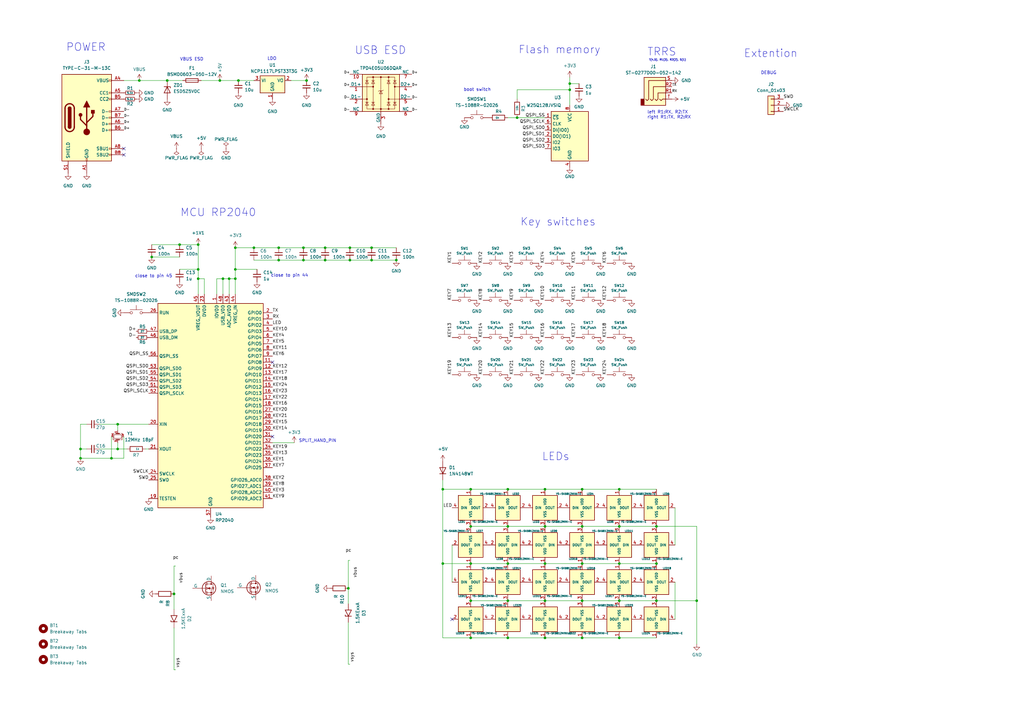
<source format=kicad_sch>
(kicad_sch (version 20230121) (generator eeschema)
  (paper "A3")
  (title_block (title "Corne Left") (date "2023-10-07") (rev "4.0.0") (company "foostan"))
  (junction (at 162.56 106.68))
  (junction (at 238.76 215.9))
  (junction (at 104.14 101.6))
  (junction (at 48.26 184.15))
  (junction (at 81.28 100.33))
  (junction (at 254 200.66))
  (junction (at 193.04 261.62))
  (junction (at 223.52 261.62))
  (junction (at 238.76 261.62))
  (junction (at 62.23 105.41))
  (junction (at 208.28 246.38))
  (junction (at 238.76 231.14))
  (junction (at 96.52 101.6))
  (junction (at 269.24 231.14))
  (junction (at 97.79 33.02))
  (junction (at 114.3 101.6))
  (junction (at 254 246.38))
  (junction (at 223.52 246.38))
  (junction (at 152.4 106.68))
  (junction (at 152.4 101.6))
  (junction (at 285.75 246.38))
  (junction (at 133.35 106.68))
  (junction (at 90.17 33.02))
  (junction (at 133.35 101.6))
  (junction (at 68.58 33.02))
  (junction (at 208.28 231.14))
  (junction (at 181.61 231.14))
  (junction (at 254 231.14))
  (junction (at 125.73 33.02))
  (junction (at 71.374 243.586))
  (junction (at 93.98 114.3))
  (junction (at 73.66 100.33))
  (junction (at 81.28 114.3))
  (junction (at 48.26 173.99))
  (junction (at 208.28 215.9))
  (junction (at 269.24 215.9))
  (junction (at 233.68 36.83))
  (junction (at 45.72 187.96))
  (junction (at 208.28 261.62))
  (junction (at 223.52 215.9))
  (junction (at 212.09 48.26))
  (junction (at 33.02 184.15))
  (junction (at 254 261.62))
  (junction (at 193.04 231.14))
  (junction (at 193.04 246.38))
  (junction (at 33.02 187.96))
  (junction (at 181.61 200.66))
  (junction (at 114.3 106.68))
  (junction (at 223.52 200.66))
  (junction (at 238.76 246.38))
  (junction (at 91.44 114.3))
  (junction (at 193.04 200.66))
  (junction (at 269.24 246.38))
  (junction (at 142.875 241.3))
  (junction (at 96.52 114.3))
  (junction (at 96.52 110.49))
  (junction (at 193.04 215.9))
  (junction (at 143.51 106.68))
  (junction (at 223.52 231.14))
  (junction (at 124.46 106.68))
  (junction (at 124.46 101.6))
  (junction (at 208.28 200.66))
  (junction (at 254 215.9))
  (junction (at 81.28 110.49))
  (junction (at 233.68 34.29))
  (junction (at 143.51 101.6))
  (junction (at 238.76 200.66))
  (junction (at 57.15 33.02))
  (no_connect (at 185.42 254))
  (no_connect (at 111.76 148.59))
  (no_connect (at 111.76 179.07))
  (no_connect (at 50.8 60.96))
  (no_connect (at 50.8 63.5))
  (wire (pts (xy 91.44 114.3) (xy 93.98 114.3)))
  (wire (pts (xy 62.23 100.33) (xy 73.66 100.33)))
  (wire (pts (xy 96.52 110.49) (xy 105.41 110.49)))
  (wire (pts (xy 193.04 215.9) (xy 208.28 215.9)))
  (wire (pts (xy 254 261.62) (xy 238.76 261.62)))
  (wire (pts (xy 285.75 246.38) (xy 285.75 264.16)))
  (wire (pts (xy 233.68 34.29) (xy 233.68 36.83)))
  (wire (pts (xy 133.35 106.68) (xy 143.51 106.68)))
  (wire (pts (xy 83.82 114.3) (xy 81.28 114.3)))
  (wire (pts (xy 285.75 215.9) (xy 285.75 246.38)))
  (wire (pts (xy 238.76 215.9) (xy 254 215.9)))
  (wire (pts (xy 181.61 200.66) (xy 193.04 200.66)))
  (wire (pts (xy 233.68 36.83) (xy 233.68 43.18)))
  (wire (pts (xy 71.374 257.556) (xy 71.374 274.701)))
  (wire (pts (xy 81.28 110.49) (xy 81.28 114.3)))
  (wire (pts (xy 33.02 187.96) (xy 45.72 187.96)))
  (wire (pts (xy 223.52 246.38) (xy 238.76 246.38)))
  (wire (pts (xy 104.14 101.6) (xy 114.3 101.6)))
  (wire (pts (xy 96.52 120.65) (xy 96.52 114.3)))
  (wire (pts (xy 48.26 184.15) (xy 48.26 181.61)))
  (wire (pts (xy 208.28 48.26) (xy 212.09 48.26)))
  (wire (pts (xy 45.72 179.07) (xy 45.72 187.96)))
  (wire (pts (xy 212.09 36.83) (xy 212.09 40.64)))
  (wire (pts (xy 71.374 243.586) (xy 71.374 232.156)))
  (wire (pts (xy 71.374 249.936) (xy 71.374 243.586)))
  (wire (pts (xy 143.51 106.68) (xy 152.4 106.68)))
  (wire (pts (xy 114.3 101.6) (xy 124.46 101.6)))
  (wire (pts (xy 124.46 106.68) (xy 133.35 106.68)))
  (wire (pts (xy 254 215.9) (xy 269.24 215.9)))
  (wire (pts (xy 208.28 200.66) (xy 223.52 200.66)))
  (wire (pts (xy 96.52 110.49) (xy 96.52 114.3)))
  (wire (pts (xy 223.52 231.14) (xy 208.28 231.14)))
  (wire (pts (xy 68.58 33.02) (xy 74.93 33.02)))
  (wire (pts (xy 193.04 246.38) (xy 208.28 246.38)))
  (wire (pts (xy 91.44 114.3) (xy 91.44 120.65)))
  (wire (pts (xy 57.15 33.02) (xy 68.58 33.02)))
  (wire (pts (xy 276.86 208.28) (xy 276.86 223.52)))
  (wire (pts (xy 238.76 231.14) (xy 223.52 231.14)))
  (wire (pts (xy 33.02 184.15) (xy 33.02 187.96)))
  (wire (pts (xy 143.51 229.87) (xy 142.875 229.87)))
  (wire (pts (xy 59.69 184.15) (xy 60.96 184.15)))
  (wire (pts (xy 96.52 101.6) (xy 104.14 101.6)))
  (wire (pts (xy 238.76 200.66) (xy 254 200.66)))
  (wire (pts (xy 40.64 184.15) (xy 48.26 184.15)))
  (wire (pts (xy 208.28 215.9) (xy 223.52 215.9)))
  (wire (pts (xy 81.28 100.33) (xy 81.28 110.49)))
  (wire (pts (xy 181.61 200.66) (xy 181.61 231.14)))
  (wire (pts (xy 73.66 110.49) (xy 81.28 110.49)))
  (wire (pts (xy 124.46 101.6) (xy 133.35 101.6)))
  (wire (pts (xy 269.24 246.38) (xy 285.75 246.38)))
  (wire (pts (xy 143.51 272.415) (xy 142.875 272.415)))
  (wire (pts (xy 40.64 173.99) (xy 48.26 173.99)))
  (wire (pts (xy 185.42 223.52) (xy 185.42 238.76)))
  (wire (pts (xy 81.28 120.65) (xy 81.28 114.3)))
  (wire (pts (xy 233.68 31.75) (xy 233.68 34.29)))
  (wire (pts (xy 208.28 246.38) (xy 223.52 246.38)))
  (wire (pts (xy 142.875 247.65) (xy 142.875 241.3)))
  (wire (pts (xy 93.98 114.3) (xy 93.98 120.65)))
  (wire (pts (xy 33.02 184.15) (xy 35.56 184.15)))
  (wire (pts (xy 90.17 33.02) (xy 97.79 33.02)))
  (wire (pts (xy 254 231.14) (xy 238.76 231.14)))
  (wire (pts (xy 83.82 120.65) (xy 83.82 114.3)))
  (wire (pts (xy 97.79 33.02) (xy 104.14 33.02)))
  (wire (pts (xy 88.9 114.3) (xy 91.44 114.3)))
  (wire (pts (xy 133.35 101.6) (xy 143.51 101.6)))
  (wire (pts (xy 48.26 184.15) (xy 52.07 184.15)))
  (wire (pts (xy 233.68 34.29) (xy 237.49 34.29)))
  (wire (pts (xy 269.24 215.9) (xy 285.75 215.9)))
  (wire (pts (xy 50.8 187.96) (xy 45.72 187.96)))
  (wire (pts (xy 72.009 274.701) (xy 71.374 274.701)))
  (wire (pts (xy 223.52 215.9) (xy 238.76 215.9)))
  (wire (pts (xy 96.52 101.6) (xy 96.52 110.49)))
  (wire (pts (xy 238.76 246.38) (xy 254 246.38)))
  (wire (pts (xy 152.4 106.68) (xy 162.56 106.68)))
  (wire (pts (xy 276.86 238.76) (xy 276.86 254)))
  (wire (pts (xy 152.4 101.6) (xy 162.56 101.6)))
  (wire (pts (xy 181.61 196.85) (xy 181.61 200.66)))
  (wire (pts (xy 88.9 114.3) (xy 88.9 120.65)))
  (wire (pts (xy 73.66 100.33) (xy 81.28 100.33)))
  (wire (pts (xy 238.76 261.62) (xy 223.52 261.62)))
  (wire (pts (xy 96.52 114.3) (xy 93.98 114.3)))
  (wire (pts (xy 233.68 36.83) (xy 212.09 36.83)))
  (wire (pts (xy 208.28 231.14) (xy 193.04 231.14)))
  (wire (pts (xy 193.04 200.66) (xy 208.28 200.66)))
  (wire (pts (xy 142.875 241.3) (xy 142.875 229.87)))
  (wire (pts (xy 223.52 261.62) (xy 208.28 261.62)))
  (wire (pts (xy 48.26 173.99) (xy 60.96 173.99)))
  (wire (pts (xy 50.8 179.07) (xy 50.8 187.96)))
  (wire (pts (xy 212.09 48.26) (xy 223.52 48.26)))
  (wire (pts (xy 193.04 261.62) (xy 181.61 261.62)))
  (wire (pts (xy 50.8 33.02) (xy 57.15 33.02)))
  (wire (pts (xy 254 200.66) (xy 269.24 200.66)))
  (wire (pts (xy 114.3 106.68) (xy 124.46 106.68)))
  (wire (pts (xy 181.61 261.62) (xy 181.61 231.14)))
  (wire (pts (xy 143.51 101.6) (xy 152.4 101.6)))
  (wire (pts (xy 82.55 33.02) (xy 90.17 33.02)))
  (wire (pts (xy 193.04 231.14) (xy 181.61 231.14)))
  (wire (pts (xy 254 246.38) (xy 269.24 246.38)))
  (wire (pts (xy 269.24 231.14) (xy 254 231.14)))
  (wire (pts (xy 223.52 200.66) (xy 238.76 200.66)))
  (wire (pts (xy 72.009 232.156) (xy 71.374 232.156)))
  (wire (pts (xy 48.26 176.53) (xy 48.26 173.99)))
  (wire (pts (xy 62.23 105.41) (xy 73.66 105.41)))
  (wire (pts (xy 104.14 106.68) (xy 114.3 106.68)))
  (wire (pts (xy 33.02 173.99) (xy 33.02 184.15)))
  (wire (pts (xy 142.875 255.27) (xy 142.875 272.415)))
  (wire (pts (xy 111.76 181.61) (xy 120.65 181.61)))
  (wire (pts (xy 269.24 261.62) (xy 254 261.62)))
  (wire (pts (xy 208.28 261.62) (xy 193.04 261.62)))
  (wire (pts (xy 119.38 33.02) (xy 125.73 33.02)))
  (wire (pts (xy 35.56 173.99) (xy 33.02 173.99)))
  (text "MCU RP2040" (at 73.914 89.154 0) (effects (font (size 3.175 3.175)) (justify left bottom)))
  (text "Key switches" (at 213.36 92.964 0) (effects (font (size 3.175 3.175)) (justify left bottom)))
  (text "close to pin 45" (at 55.372 114.046 0) (effects (font (size 1.27 1.27)) (justify left bottom)))
  (text "DEBUG" (at 312.039 30.734 0) (effects (font (size 1.27 1.27)) (justify left bottom)))
  (text "USB ESD" (at 145.415 22.606 0) (effects (font (size 3.175 3.175)) (justify left bottom)))
  (text "LDO" (at 109.601 24.892 0) (effects (font (size 1.27 1.27)) (justify left bottom)))
  (text "Flash memory" (at 212.598 22.352 0) (effects (font (size 3.175 3.175)) (justify left bottom)))
  (text "POWER\n" (at 27.051 21.336 0) (effects (font (size 3.175 3.175)) (justify left bottom)))
  (text "LEDs" (at 222.25 189.23 0) (effects (font (size 3.175 3.175)) (justify left bottom)))
  (text "left R1:RX, R2:TX\nright R1:TX, R2:RX" (at 265.43 48.895 0) (effects (font (size 1.27 1.27)) (justify left bottom)))
  (text "Extention" (at 305.054 23.876 0) (effects (font (size 3.175 3.175)) (justify left bottom)))
  (text "TRRS" (at 265.43 23.241 0) (effects (font (size 3.175 3.175)) (justify left bottom)))
  (text "T(4,5), R1(3), R2(2), S(1)\n" (at 266.065 25.146 0) (effects (font (size 0.762 0.762)) (justify left bottom)))
  (text "VBUS ESD" (at 73.787 25.146 0) (effects (font (size 1.27 1.27)) (justify left bottom)))
  (text "SPLIT_HAND_PIN" (at 122.555 181.61 0) (effects (font (size 1.27 1.27)) (justify left bottom)))
  (text "boot switch" (at 190.119 37.592 0) (effects (font (size 1.27 1.27)) (justify left bottom)))
  (text "close to pin 44" (at 111.125 113.792 0) (effects (font (size 1.27 1.27)) (justify left bottom)))
  (label "KEY15" (at 111.76 173.99 0))
  (label "KEY23" (at 236.22 153.67 90))
  (label "KEY12" (at 111.76 151.13 0))
  (label "QSPI_SD2" (at 60.96 156.21 180))
  (label "vsys" (at 73.914 269.621 270))
  (label "KEY23" (at 111.76 161.29 0))
  (label "KEY12" (at 248.92 123.19 90))
  (label "QSPI_SCLK" (at 60.96 161.29 180))
  (label "D+" (at 55.88 135.89 180))
  (label "D+" (at 168.91 35.56 0) (effects (font (size 1 1))))
  (label "KEY10" (at 111.76 135.89 0))
  (label "KEY3" (at 111.76 201.93 0))
  (label "D-" (at 55.88 138.43 180))
  (label "QSPI_SS" (at 223.52 48.26 180))
  (label "vsys" (at 145.415 267.335 270))
  (label "D+" (at 143.51 30.48 180) (effects (font (size 1 1))))
  (label "KEY17" (at 111.76 153.67 0))
  (label "LED" (at 111.76 133.35 0))
  (label "KEY14" (at 111.76 176.53 0))
  (label "KEY5" (at 236.22 107.95 90))
  (label "LED" (at 185.42 208.28 180))
  (label "KEY13" (at 185.42 138.43 90))
  (label "RX" (at 275.59 38.1 0) (effects (font (size 1 1))))
  (label "KEY21" (at 111.76 171.45 0))
  (label "D+" (at 50.8 50.8 0) (effects (font (size 1 1))))
  (label "KEY6" (at 111.76 146.05 0))
  (label "KEY1" (at 111.76 189.23 0))
  (label "D+" (at 143.51 35.56 180) (effects (font (size 1 1))))
  (label "KEY19" (at 185.42 153.67 90))
  (label "KEY8" (at 198.12 123.19 90))
  (label "D-" (at 50.8 48.26 0) (effects (font (size 1 1))))
  (label "QSPI_SD1" (at 60.96 153.67 180))
  (label "TX" (at 275.59 35.56 0) (effects (font (size 1 1))))
  (label "QSPI_SD0" (at 223.52 53.34 180))
  (label "KEY11" (at 111.76 143.51 0))
  (label "QSPI_SD1" (at 223.52 55.88 180))
  (label "SWCLK" (at 321.31 45.72 0))
  (label "D+" (at 168.91 30.48 0) (effects (font (size 1 1))))
  (label "pc" (at 144.145 226.695 180))
  (label "QSPI_SCLK" (at 223.52 50.8 180))
  (label "D-" (at 168.91 45.72 0) (effects (font (size 1 1))))
  (label "KEY7" (at 111.76 191.77 0))
  (label "KEY7" (at 185.42 123.19 90))
  (label "KEY20" (at 198.12 153.67 90))
  (label "KEY6" (at 248.92 107.95 90))
  (label "D+" (at 50.8 53.34 0) (effects (font (size 1 1))))
  (label "KEY2" (at 198.12 107.95 90))
  (label "KEY8" (at 111.76 199.39 0))
  (label "vbus" (at 146.685 232.41 270))
  (label "vbus" (at 75.184 234.696 270))
  (label "KEY2" (at 111.76 196.85 0))
  (label "QSPI_SS" (at 60.96 146.05 180))
  (label "KEY17" (at 236.22 138.43 90))
  (label "KEY9" (at 210.82 123.19 90))
  (label "KEY21" (at 210.82 153.67 90))
  (label "SWCLK" (at 60.96 194.31 180))
  (label "KEY24" (at 248.92 153.67 90))
  (label "KEY18" (at 248.92 138.43 90))
  (label "KEY22" (at 111.76 163.83 0))
  (label "QSPI_SD2" (at 223.52 58.42 180))
  (label "KEY5" (at 111.76 140.97 0))
  (label "QSPI_SD3" (at 223.52 60.96 180))
  (label "SWD" (at 321.31 40.64 0))
  (label "KEY13" (at 111.76 186.69 0))
  (label "KEY11" (at 236.22 123.19 90))
  (label "KEY24" (at 111.76 158.75 0))
  (label "D-" (at 168.91 40.64 0) (effects (font (size 1 1))))
  (label "RX" (at 111.76 130.81 0))
  (label "KEY22" (at 223.52 153.67 90))
  (label "KEY3" (at 210.82 107.95 90))
  (label "KEY15" (at 210.82 138.43 90))
  (label "KEY16" (at 223.52 138.43 90))
  (label "D-" (at 143.51 40.64 180) (effects (font (size 1 1))))
  (label "KEY4" (at 223.52 107.95 90))
  (label "KEY16" (at 111.76 166.37 0))
  (label "D-" (at 143.51 45.72 180) (effects (font (size 1 1))))
  (label "SWD" (at 60.96 196.85 180))
  (label "KEY4" (at 111.76 138.43 0))
  (label "D-" (at 50.8 45.72 0) (effects (font (size 1 1))))
  (label "KEY20" (at 111.76 168.91 0))
  (label "KEY9" (at 111.76 204.47 0))
  (label "KEY19" (at 111.76 184.15 0))
  (label "KEY18" (at 111.76 156.21 0))
  (label "KEY14" (at 198.12 138.43 90))
  (label "QSPI_SD3" (at 60.96 158.75 180))
  (label "pc" (at 73.279 229.616 180))
  (label "KEY1" (at 185.42 107.95 90))
  (label "QSPI_SD0" (at 60.96 151.13 180))
  (label "KEY10" (at 223.52 123.19 90))
  (label "TX" (at 111.76 128.27 0))
  (symbol (lib_id "Switch:SW_Push") (at 203.2 153.67 0) (unit 1)
    (property "Reference" "SW20" (at 203.2 147.574 0) (effects (font (size 1 1))))
    (property "Value" "SW_Push" (at 203.2 149.606 0) (effects (font (size 1 1))))
    (property "Footprint" "kbd_local:keyswitch_choc12_hotswap_1u" (effects hide))
  )
  (symbol (lib_id "power:GND") (at 55.88 38.1 90) (unit 1)
    (property "Reference" "#PWR06" (effects hide))
    (property "Value" "GND" (at 59.055 38.1 90) (effects (justify right)))
  )
  (symbol (lib_id "power:GND") (at 233.68 153.67 0) (unit 1)
    (property "Reference" "#PWR051" (effects hide))
    (property "Value" "GND" (at 233.68 158.115 0))
  )
  (symbol (lib_id "power:GND") (at 195.58 138.43 0) (unit 1)
    (property "Reference" "#PWR042" (effects hide))
    (property "Value" "GND" (at 195.58 142.875 0))
  )
  (symbol (lib_id "power:GND") (at 55.88 40.64 90) (unit 1)
    (property "Reference" "#PWR010" (effects hide))
    (property "Value" "GND" (at 59.055 40.64 90) (effects (justify right)))
  )
  (symbol (lib_id "kbd_local:YS-SK6812MINI-E") (at 208.28 223.52 180) (unit 1)
    (property "Reference" "LED8" (at 206.375 229.235 0) (effects (font (size 0.7366 0.7366)) (justify left)))
    (property "Value" "YS-SK6812MINI-E" (at 219.075 229.235 0) (effects (font (size 0.7366 0.7366)) (justify left)))
    (property "Footprint" "kbd_local:YS-SK6812MINI-E" (effects hide))
  )
  (symbol (lib_id "Device:R_Small") (at 58.42 135.89 90) (unit 1)
    (property "Reference" "R5" (at 58.42 133.985 90))
    (property "Value" "27" (at 58.42 135.89 90) (effects (font (size 0.762 0.762))))
    (property "Footprint" "Resistor_SMD:R_0402_1005Metric" (effects hide))
  )
  (symbol (lib_id "Switch:SW_Push") (at 241.3 107.95 0) (unit 1)
    (property "Reference" "SW5" (at 241.3 101.854 0) (effects (font (size 1 1))))
    (property "Value" "SW_Push" (at 241.3 103.886 0) (effects (font (size 1 1))))
    (property "Footprint" "kbd_local:keyswitch_choc12_hotswap_1u" (effects hide))
  )
  (symbol (lib_id "power:+3V3") (at 233.68 31.75 0) (unit 1)
    (property "Reference" "#PWR01" (effects hide))
    (property "Value" "+3V3" (at 233.68 26.924 0))
  )
  (symbol (lib_id "kbd_local:YS-SK6812MINI-E") (at 254 223.52 180) (unit 1)
    (property "Reference" "LED11" (at 259.715 217.805 0) (effects (font (size 0.7366 0.7366)) (justify left)))
    (property "Value" "YS-SK6812MINI-E" (at 253.365 217.805 0) (effects (font (size 0.7366 0.7366)) (justify left)))
    (property "Footprint" "kbd_local:YS-SK6812MINI-E" (effects hide))
  )
  (symbol (lib_id "power:GND") (at 208.28 123.19 0) (unit 1)
    (property "Reference" "#PWR036" (effects hide))
    (property "Value" "GND" (at 208.28 127.635 0))
  )
  (symbol (lib_id "kbd_local:YS-SK6812MINI-E") (at 269.24 208.28 0) (unit 1)
    (property "Reference" "LED6" (at 271.78 202.565 0) (effects (font (size 0.7366 0.7366)) (justify left)))
    (property "Value" "YS-SK6812MINI-E" (at 258.445 202.565 0) (effects (font (size 0.7366 0.7366)) (justify left)))
    (property "Footprint" "kbd_local:YS-SK6812MINI-E" (effects hide))
  )
  (symbol (lib_id "power:GND") (at 220.98 138.43 0) (unit 1)
    (property "Reference" "#PWR044" (effects hide))
    (property "Value" "GND" (at 220.98 142.875 0))
  )
  (symbol (lib_name "SW_Push_1") (lib_id "Switch:SW_Push") (at 254 107.95 0) (unit 1)
    (property "Reference" "SW6" (at 254 101.854 0) (effects (font (size 1 1))))
    (property "Value" "SW_Push" (at 254 103.886 0) (effects (font (size 1 1))))
    (property "Footprint" "kbd_local:keyswitch_choc12_hotswap_1u" (effects hide))
  )
  (symbol (lib_id "Diode:1.5KExxA") (at 71.374 253.746 90) (unit 1)
    (property "Reference" "D2" (at 77.724 253.746 0))
    (property "Value" "1.5KExxA" (at 75.184 253.746 0))
    (property "Footprint" "Diode_THT:D_DO-201AE_P15.24mm_Horizontal" (effects hide))
    (property "Datasheet" "https://www.vishay.com/docs/88301/15ke.pdf" (effects hide))
  )
  (symbol (lib_id "power:+3V3") (at 125.73 33.02 0) (unit 1)
    (property "Reference" "#PWR04" (effects hide))
    (property "Value" "+3V3" (at 125.73 28.702 0))
  )
  (symbol (lib_id "power:GND") (at 233.68 123.19 0) (unit 1)
    (property "Reference" "#PWR038" (effects hide))
    (property "Value" "GND" (at 233.68 127.635 0))
  )
  (symbol (lib_id "Switch:SW_Push") (at 228.6 107.95 0) (unit 1)
    (property "Reference" "SW4" (at 228.6 101.854 0) (effects (font (size 1 1))))
    (property "Value" "SW_Push" (at 228.6 103.886 0) (effects (font (size 1 1))))
    (property "Footprint" "kbd_local:keyswitch_choc12_hotswap_1u" (effects hide))
  )
  (symbol (lib_id "Switch:SW_Push") (at 241.3 138.43 0) (unit 1)
    (property "Reference" "SW17" (at 241.3 132.334 0) (effects (font (size 1 1))))
    (property "Value" "SW_Push" (at 241.3 134.366 0) (effects (font (size 1 1))))
    (property "Footprint" "kbd_local:keyswitch_choc12_hotswap_1u" (effects hide))
  )
  (symbol (lib_id "power:GND") (at 63.754 243.586 270) (unit 1)
    (property "Reference" "#PWR0118" (effects hide))
    (property "Value" "GND" (at 58.674 243.586 0))
  )
  (symbol (lib_id "power:GND") (at 208.28 153.67 0) (unit 1)
    (property "Reference" "#PWR049" (effects hide))
    (property "Value" "GND" (at 208.28 158.115 0))
  )
  (symbol (lib_id "power:VBUS") (at 72.39 60.96 0) (unit 1)
    (property "Reference" "#PWR017" (effects hide))
    (property "Value" "VBUS" (at 72.39 55.88 0))
  )
  (symbol (lib_id "MCU_RaspberryPi:RP2040") (at 86.36 166.37 0) (unit 1)
    (property "Reference" "U4" (at 88.3159 210.82 0) (effects (justify left)))
    (property "Value" "RP2040" (at 88.3159 213.36 0) (effects (justify left)))
    (property "Footprint" "Package_DFN_QFN:QFN-56-1EP_7x7mm_P0.4mm_EP3.2x3.2mm" (effects hide))
    (property "Datasheet" "https://datasheets.raspberrypi.com/rp2040/rp2040-datasheet.pdf" (effects hide))
    (property "JLCPCB Part #" "C2040" (effects hide))
  )
  (symbol (lib_id "power:GND") (at 275.59 33.02 90) (unit 1)
    (property "Reference" "#PWR05" (effects hide))
    (property "Value" "GND" (at 279.4 33.02 90) (effects (justify right)))
  )
  (symbol (lib_id "power:GND") (at 35.56 71.12 0) (unit 1)
    (property "Reference" "#PWR022" (effects hide))
    (property "Value" "GND" (at 35.56 76.2 0))
  )
  (symbol (lib_id "Switch:SW_Push") (at 190.5 138.43 0) (unit 1)
    (property "Reference" "SW13" (at 190.5 132.334 0) (effects (font (size 1 1))))
    (property "Value" "SW_Push" (at 190.5 134.366 0) (effects (font (size 1 1))))
    (property "Footprint" "kbd_local:keyswitch_choc12_hotswap_1u" (effects hide))
  )
  (symbol (lib_id "Mechanical:MountingHole") (at 17.78 270.51 0) (unit 1)
    (property "Reference" "BT3" (at 20.32 269.24 0) (effects (justify left)))
    (property "Value" "Breakaway Tabs" (at 20.32 271.78 0) (effects (justify left)))
    (property "Footprint" "kbd_local:Breakaway_Tabs" (effects hide))
  )
  (symbol (lib_id "power:GND") (at 259.08 138.43 0) (unit 1)
    (property "Reference" "#PWR047" (effects hide))
    (property "Value" "GND" (at 259.08 142.875 0))
  )
  (symbol (lib_id "kbd_local:YS-SK6812MINI-E") (at 208.28 208.28 0) (unit 1)
    (property "Reference" "LED2" (at 210.185 202.565 0) (effects (font (size 0.7366 0.7366)) (justify left)))
    (property "Value" "YS-SK6812MINI-E" (at 196.85 202.565 0) (effects (font (size 0.7366 0.7366)) (justify left)))
    (property "Footprint" "kbd_local:YS-SK6812MINI-E" (effects hide))
  )
  (symbol (lib_id "Diode:1.5KExxA") (at 142.875 251.46 90) (unit 1)
    (property "Reference" "D3" (at 149.225 251.46 0))
    (property "Value" "1.5KExxA" (at 146.685 251.46 0))
    (property "Footprint" "Diode_THT:D_DO-201AE_P15.24mm_Horizontal" (effects hide))
    (property "Datasheet" "https://www.vishay.com/docs/88301/15ke.pdf" (effects hide))
  )
  (symbol (lib_id "power:GND") (at 285.75 264.16 0) (unit 1)
    (property "Reference" "#PWR059" (effects hide))
    (property "Value" "GND" (at 285.877 268.5542 0))
  )
  (symbol (lib_id "Switch:SW_Push") (at 190.5 107.95 0) (unit 1)
    (property "Reference" "SW1" (at 190.5 101.854 0) (effects (font (size 1 1))))
    (property "Value" "SW_Push" (at 190.5 103.886 0) (effects (font (size 1 1))))
    (property "Footprint" "kbd_local:keyswitch_choc12_hotswap_1u" (effects hide))
  )
  (symbol (lib_id "Device:Fuse") (at 78.74 33.02 90) (unit 1)
    (property "Reference" "F1" (at 78.74 27.94 90))
    (property "Value" "BSMD0603-050-12V" (at 78.74 30.48 90))
    (property "Footprint" "Fuse:Fuse_0603_1608Metric" (effects hide))
    (property "Description" "12V 500mA 40A 1A 0603 Resettable Fuses ROHS" (effects hide))
    (property "JLCPCB Part #" "C2844464" (effects hide))
  )
  (symbol (lib_id "power:GND") (at 105.41 115.57 0) (unit 1)
    (property "Reference" "#PWR034" (effects hide))
    (property "Value" "GND" (at 105.41 120.015 0))
  )
  (symbol (lib_id "power:GND") (at 195.58 153.67 0) (unit 1)
    (property "Reference" "#PWR048" (effects hide))
    (property "Value" "GND" (at 195.58 158.115 0))
  )
  (symbol (lib_id "kbd_local:YS-SK6812MINI-E") (at 238.76 223.52 180) (unit 1)
    (property "Reference" "LED10" (at 236.855 229.235 0) (effects (font (size 0.7366 0.7366)) (justify left)))
    (property "Value" "YS-SK6812MINI-E" (at 249.555 229.235 0) (effects (font (size 0.7366 0.7366)) (justify left)))
    (property "Footprint" "kbd_local:YS-SK6812MINI-E" (effects hide))
  )
  (symbol (lib_id "kbd_local:YS-SK6812MINI-E") (at 269.24 238.76 0) (unit 1)
    (property "Reference" "LED18" (at 271.78 233.045 0) (effects (font (size 0.7366 0.7366)) (justify left)))
    (property "Value" "YS-SK6812MINI-E" (at 258.445 233.045 0) (effects (font (size 0.7366 0.7366)) (justify left)))
    (property "Footprint" "kbd_local:YS-SK6812MINI-E" (effects hide))
  )
  (symbol (lib_id "Diode:1N4148WT") (at 181.61 193.04 90) (unit 1)
    (property "Reference" "D1" (at 184.15 191.77 90) (effects (justify right)))
    (property "Value" "1N4148WT" (at 184.15 194.31 90) (effects (justify right)))
    (property "Footprint" "Diode_SMD:D_SOD-523" (effects hide))
    (property "Datasheet" "https://www.diodes.com/assets/Datasheets/ds30396.pdf" (effects hide))
    (property "JLCPCB Part #" "C232841" (effects hide))
  )
  (symbol (lib_id "power:GND") (at 195.58 107.95 0) (unit 1)
    (property "Reference" "#PWR027" (effects hide))
    (property "Value" "GND" (at 195.58 112.395 0))
  )
  (symbol (lib_id "Switch:SW_Push") (at 241.3 123.19 0) (unit 1)
    (property "Reference" "SW11" (at 241.3 117.094 0) (effects (font (size 1 1))))
    (property "Value" "SW_Push" (at 241.3 119.126 0) (effects (font (size 1 1))))
    (property "Footprint" "kbd_local:keyswitch_choc12_hotswap_1u" (effects hide))
  )
  (symbol (lib_id "Device:C_Small") (at 38.1 184.15 270) (unit 1)
    (property "Reference" "C16" (at 39.37 182.88 90) (effects (justify left)))
    (property "Value" "27p" (at 39.37 185.42 90) (effects (justify left)))
    (property "Footprint" "Capacitor_SMD:C_0402_1005Metric" (effects hide))
  )
  (symbol (lib_id "kbd_local:YS-SK6812MINI-E") (at 223.52 254 180) (unit 1)
    (property "Reference" "LED21" (at 220.98 259.715 0) (effects (font (size 0.7366 0.7366)) (justify left)))
    (property "Value" "YS-SK6812MINI-E" (at 234.315 259.715 0) (effects (font (size 0.7366 0.7366)) (justify left)))
    (property "Footprint" "kbd_local:YS-SK6812MINI-E" (effects hide))
  )
  (symbol (lib_id "power:GND") (at 220.98 123.19 0) (unit 1)
    (property "Reference" "#PWR037" (effects hide))
    (property "Value" "GND" (at 220.98 127.635 0))
  )
  (symbol (lib_id "kbd_local:YS-SK6812MINI-E") (at 254 208.28 0) (unit 1)
    (property "Reference" "LED5" (at 248.92 213.995 0) (effects (font (size 0.7366 0.7366)) (justify left)))
    (property "Value" "YS-SK6812MINI-E" (at 254.635 213.995 0) (effects (font (size 0.7366 0.7366)) (justify left)))
    (property "Footprint" "kbd_local:YS-SK6812MINI-E" (effects hide))
  )
  (symbol (lib_id "Switch:SW_Push") (at 254 153.67 0) (unit 1)
    (property "Reference" "SW24" (at 254 147.574 0) (effects (font (size 1 1))))
    (property "Value" "SW_Push" (at 254 149.606 0) (effects (font (size 1 1))))
    (property "Footprint" "kbd_local:keyswitch_choc12_hotswap_1u" (effects hide))
  )
  (symbol (lib_id "Switch:SW_Push") (at 215.9 123.19 0) (unit 1)
    (property "Reference" "SW9" (at 215.9 117.094 0) (effects (font (size 1 1))))
    (property "Value" "SW_Push" (at 215.9 119.126 0) (effects (font (size 1 1))))
    (property "Footprint" "kbd_local:keyswitch_choc12_hotswap_1u" (effects hide))
  )
  (symbol (lib_id "Mechanical:MountingHole") (at 17.78 264.16 0) (unit 1)
    (property "Reference" "BT2" (at 20.32 262.89 0) (effects (justify left)))
    (property "Value" "Breakaway Tabs" (at 20.32 265.43 0) (effects (justify left)))
    (property "Footprint" "kbd_local:Breakaway_Tabs" (effects hide))
  )
  (symbol (lib_id "Switch:SW_Push") (at 203.2 123.19 0) (unit 1)
    (property "Reference" "SW8" (at 203.2 117.094 0) (effects (font (size 1 1))))
    (property "Value" "SW_Push" (at 203.2 119.126 0) (effects (font (size 1 1))))
    (property "Footprint" "kbd_local:keyswitch_choc12_hotswap_1u" (effects hide))
  )
  (symbol (lib_id "kbd_local:YS-SK6812MINI-E") (at 223.52 208.28 0) (unit 1)
    (property "Reference" "LED3" (at 218.44 213.995 0) (effects (font (size 0.7366 0.7366)) (justify left)))
    (property "Value" "YS-SK6812MINI-E" (at 224.155 213.995 0) (effects (font (size 0.7366 0.7366)) (justify left)))
    (property "Footprint" "kbd_local:YS-SK6812MINI-E" (effects hide))
  )
  (symbol (lib_id "kbd_local:YS-SK6812MINI-E") (at 193.04 238.76 0) (unit 1)
    (property "Reference" "LED13" (at 187.96 244.475 0) (effects (font (size 0.7366 0.7366)) (justify left)))
    (property "Value" "YS-SK6812MINI-E" (at 193.675 244.475 0) (effects (font (size 0.7366 0.7366)) (justify left)))
    (property "Footprint" "kbd_local:YS-SK6812MINI-E" (effects hide))
  )
  (symbol (lib_id "power:GND") (at 220.98 107.95 0) (unit 1)
    (property "Reference" "#PWR029" (effects hide))
    (property "Value" "GND" (at 220.98 112.395 0))
  )
  (symbol (lib_id "power:GND") (at 233.68 68.58 0) (unit 1)
    (property "Reference" "#PWR020" (effects hide))
    (property "Value" "GND" (at 233.68 72.39 0))
  )
  (symbol (lib_id "power:GND") (at 321.31 43.18 90) (unit 1)
    (property "Reference" "#PWR014" (effects hide))
    (property "Value" "GND" (at 325.12 43.18 90) (effects (justify right)))
  )
  (symbol (lib_id "power:GND") (at 33.02 187.96 0) (unit 1)
    (property "Reference" "#PWR055" (effects hide))
    (property "Value" "GND" (at 33.02 192.405 0))
  )
  (symbol (lib_id "power:GND") (at 50.8 128.27 270) (unit 1)
    (property "Reference" "#PWR041" (effects hide))
    (property "Value" "GND" (at 46.99 128.27 0))
  )
  (symbol (lib_id "Device:R") (at 139.065 241.3 270) (unit 1)
    (property "Reference" "R10" (at 140.335 243.84 0) (effects (justify left)))
    (property "Value" "R" (at 137.795 243.84 0) (effects (justify left)))
  )
  (symbol (lib_id "Switch:SW_Push") (at 190.5 153.67 0) (unit 1)
    (property "Reference" "SW19" (at 190.5 147.574 0) (effects (font (size 1 1))))
    (property "Value" "SW_Push" (at 190.5 149.606 0) (effects (font (size 1 1))))
    (property "Footprint" "kbd_local:keyswitch_choc12_hotswap_1u" (effects hide))
  )
  (symbol (lib_id "kbd_local:YS-SK6812MINI-E") (at 223.52 223.52 180) (unit 1)
    (property "Reference" "LED9" (at 228.6 217.805 0) (effects (font (size 0.7366 0.7366)) (justify left)))
    (property "Value" "YS-SK6812MINI-E" (at 222.885 217.805 0) (effects (font (size 0.7366 0.7366)) (justify left)))
    (property "Footprint" "kbd_local:YS-SK6812MINI-E" (effects hide))
  )
  (symbol (lib_id "kbd_local:YS-SK6812MINI-E") (at 208.28 254 180) (unit 1)
    (property "Reference" "LED20" (at 213.995 248.285 0) (effects (font (size 0.7366 0.7366)) (justify left)))
    (property "Value" "YS-SK6812MINI-E" (at 207.645 248.285 0) (effects (font (size 0.7366 0.7366)) (justify left)))
    (property "Footprint" "kbd_local:YS-SK6812MINI-E" (effects hide))
  )
  (symbol (lib_id "power:+3V3") (at 96.52 101.6 0) (unit 1)
    (property "Reference" "#PWR024" (effects hide))
    (property "Value" "+3V3" (at 96.52 96.52 0))
  )
  (symbol (lib_id "Power_Protection:TPD4EUSB30") (at 156.21 38.1 0) (unit 1)
    (property "Reference" "U2" (at 156.21 25.4 0))
    (property "Value" "TPD4E05U06DQAR" (at 156.21 27.94 0))
    (property "Footprint" "Package_SON:USON-10_2.5x1.0mm_P0.5mm" (effects hide))
    (property "Datasheet" "http://www.ti.com/lit/ds/symlink/tpd2eusb30a.pdf" (effects hide))
    (property "JLCPCB Part #" "C138714" (effects hide))
  )
  (symbol (lib_id "power:PWR_FLAG") (at 92.71 60.96 0) (unit 1)
    (property "Reference" "#FLG03" (effects hide))
    (property "Value" "PWR_FLAG" (at 92.71 57.15 0))
  )
  (symbol (lib_id "kbd_local:YS-SK6812MINI-E") (at 193.04 208.28 0) (unit 1)
    (property "Reference" "LED1" (at 187.96 213.995 0) (effects (font (size 0.7366 0.7366)) (justify left)))
    (property "Value" "YS-SK6812MINI-E" (at 193.675 213.995 0) (effects (font (size 0.7366 0.7366)) (justify left)))
    (property "Footprint" "kbd_local:YS-SK6812MINI-E" (effects hide))
  )
  (symbol (lib_id "Switch:SW_Push") (at 203.2 138.43 0) (unit 1)
    (property "Reference" "SW14" (at 203.2 132.334 0) (effects (font (size 1 1))))
    (property "Value" "SW_Push" (at 203.2 134.366 0) (effects (font (size 1 1))))
    (property "Footprint" "kbd_local:keyswitch_choc12_hotswap_1u" (effects hide))
  )
  (symbol (lib_id "power:GND") (at 68.58 40.64 0) (unit 1)
    (property "Reference" "#PWR011" (effects hide))
    (property "Value" "GND" (at 68.58 45.085 0))
  )
  (symbol (lib_id "Switch:SW_Push") (at 215.9 138.43 0) (unit 1)
    (property "Reference" "SW15" (at 215.9 132.334 0) (effects (font (size 1 1))))
    (property "Value" "SW_Push" (at 215.9 134.366 0) (effects (font (size 1 1))))
    (property "Footprint" "kbd_local:keyswitch_choc12_hotswap_1u" (effects hide))
  )
  (symbol (lib_id "power:GND") (at 220.98 153.67 0) (unit 1)
    (property "Reference" "#PWR050" (effects hide))
    (property "Value" "GND" (at 220.98 158.115 0))
  )
  (symbol (lib_id "Switch:SW_Push") (at 203.2 107.95 0) (unit 1)
    (property "Reference" "SW2" (at 203.2 101.854 0) (effects (font (size 1 1))))
    (property "Value" "SW_Push" (at 203.2 103.886 0) (effects (font (size 1 1))))
    (property "Footprint" "kbd_local:keyswitch_choc12_hotswap_1u" (effects hide))
  )
  (symbol (lib_id "Simulation_SPICE:NMOS") (at 84.074 241.3 0) (unit 1)
    (property "Reference" "Q1" (at 90.424 240.03 0) (effects (justify left)))
    (property "Value" "NMOS" (at 90.424 242.57 0) (effects (justify left)))
    (property "Datasheet" "https://ngspice.sourceforge.io/docs/ngspice-manual.pdf" (effects hide))
    (property "Sim.Device" "NMOS" (effects hide))
    (property "Sim.Type" "VDMOS" (effects hide))
    (property "Sim.Pins" "1=D 2=G 3=S" (effects hide))
  )
  (symbol (lib_id "power:GND") (at 233.68 107.95 0) (unit 1)
    (property "Reference" "#PWR030" (effects hide))
    (property "Value" "GND" (at 233.68 112.395 0))
  )
  (symbol (lib_id "power:GND") (at 259.08 153.67 0) (unit 1)
    (property "Reference" "#PWR053" (effects hide))
    (property "Value" "GND" (at 259.08 158.115 0))
  )
  (symbol (lib_id "Device:C_Small") (at 124.46 104.14 0) (unit 1)
    (property "Reference" "C8" (at 127 102.87 0) (effects (justify left)))
    (property "Value" "100n" (at 127 105.41 0) (effects (justify left)))
    (property "Footprint" "Capacitor_SMD:C_0402_1005Metric" (effects hide))
  )
  (symbol (lib_id "power:+3V3") (at 120.65 181.61 0) (unit 1)
    (property "Reference" "#PWR054" (effects hide))
    (property "Value" "+3V3" (at 120.65 177.292 0))
  )
  (symbol (lib_id "power:GND") (at 73.66 115.57 0) (unit 1)
    (property "Reference" "#PWR033" (effects hide))
    (property "Value" "GND" (at 73.66 120.015 0))
  )
  (symbol (lib_id "kbd_local:YS-SK6812MINI-E") (at 254 254 180) (unit 1)
    (property "Reference" "LED23" (at 259.715 248.285 0) (effects (font (size 0.7366 0.7366)) (justify left)))
    (property "Value" "YS-SK6812MINI-E" (at 253.365 248.285 0) (effects (font (size 0.7366 0.7366)) (justify left)))
    (property "Footprint" "kbd_local:YS-SK6812MINI-E" (effects hide))
  )
  (symbol (lib_id "Device:R") (at 67.564 243.586 270) (unit 1)
    (property "Reference" "R8" (at 68.834 246.126 0) (effects (justify left)))
    (property "Value" "R" (at 66.294 246.126 0) (effects (justify left)))
  )
  (symbol (lib_id "Device:C_Small") (at 62.23 102.87 0) (unit 1)
    (property "Reference" "C4" (at 64.77 101.6 0) (effects (justify left)))
    (property "Value" "100n" (at 64.77 104.14 0) (effects (justify left)))
    (property "Footprint" "Capacitor_SMD:C_0402_1005Metric" (effects hide))
  )
  (symbol (lib_id "power:GND") (at 86.36 212.09 0) (unit 1)
    (property "Reference" "#PWR058" (effects hide))
    (property "Value" "GND" (at 86.36 216.535 0))
  )
  (symbol (lib_id "power:GND") (at 246.38 153.67 0) (unit 1)
    (property "Reference" "#PWR052" (effects hide))
    (property "Value" "GND" (at 246.38 158.115 0))
  )
  (symbol (lib_id "kbd_local:YS-SK6812MINI-E") (at 238.76 208.28 0) (unit 1)
    (property "Reference" "LED4" (at 240.665 202.565 0) (effects (font (size 0.7366 0.7366)) (justify left)))
    (property "Value" "YS-SK6812MINI-E" (at 227.965 202.565 0) (effects (font (size 0.7366 0.7366)) (justify left)))
    (property "Footprint" "kbd_local:YS-SK6812MINI-E" (effects hide))
  )
  (symbol (lib_id "Device:C_Small") (at 73.66 102.87 0) (unit 1)
    (property "Reference" "C5" (at 76.2 101.6 0) (effects (justify left)))
    (property "Value" "100n" (at 76.2 104.14 0) (effects (justify left)))
    (property "Footprint" "Capacitor_SMD:C_0402_1005Metric" (effects hide))
  )
  (symbol (lib_id "Diode:ESD5Zxx") (at 68.58 36.83 270) (unit 1)
    (property "Reference" "ZD1" (at 71.12 34.925 90) (effects (justify left)))
    (property "Value" "ESD5Z5V0C" (at 71.12 37.465 90) (effects (justify left)))
    (property "Footprint" "Diode_SMD:D_SOD-523" (effects hide))
    (property "Datasheet" "https://www.onsemi.com/pdf/datasheet/esd5z2.5t1-d.pdf" (effects hide))
    (property "JLCPCB Part #" "C2901325" (effects hide))
  )
  (symbol (lib_id "Device:C_Small") (at 73.66 113.03 0) (unit 1)
    (property "Reference" "C13" (at 76.2 111.76 0) (effects (justify left)))
    (property "Value" "1u" (at 76.2 114.3 0) (effects (justify left)))
    (property "Footprint" "Capacitor_SMD:C_0402_1005Metric" (effects hide))
  )
  (symbol (lib_id "power:GND") (at 60.96 204.47 0) (unit 1)
    (property "Reference" "#PWR057" (effects hide))
    (property "Value" "GND" (at 60.96 208.915 0))
  )
  (symbol (lib_id "Device:C_Small") (at 114.3 104.14 0) (unit 1)
    (property "Reference" "C7" (at 116.84 102.87 0) (effects (justify left)))
    (property "Value" "100n" (at 116.84 105.41 0) (effects (justify left)))
    (property "Footprint" "Capacitor_SMD:C_0402_1005Metric" (effects hide))
  )
  (symbol (lib_id "Device:Crystal_GND24_Small") (at 48.26 179.07 270) (unit 1)
    (property "Reference" "Y1" (at 53.34 177.8 90))
    (property "Value" "12MHz 18pF" (at 57.15 180.34 90))
    (property "Footprint" "Crystal:Crystal_SMD_3225-4Pin_3.2x2.5mm" (effects hide))
    (property "Description" "12MHz 18pF ±20ppm SMD3225-4P Crystals ROHS" (effects hide))
    (property "MFR.Part #" "Q22FA23V0041800" (effects hide))
    (property "JLCPCB Part #" "C91749" (effects hide))
  )
  (symbol (lib_id "kbd_local:YS-SK6812MINI-E") (at 238.76 254 180) (unit 1)
    (property "Reference" "LED22" (at 236.22 259.715 0) (effects (font (size 0.7366 0.7366)) (justify left)))
    (property "Value" "YS-SK6812MINI-E" (at 249.555 259.715 0) (effects (font (size 0.7366 0.7366)) (justify left)))
    (property "Footprint" "kbd_local:YS-SK6812MINI-E" (effects hide))
  )
  (symbol (lib_id "Memory_Flash:W25Q128JVS") (at 233.68 55.88 0) (unit 1)
    (property "Reference" "U3" (at 227.33 40.005 0) (effects (justify left)))
    (property "Value" "W25Q128JVSIQ" (at 215.9 43.18 0) (effects (justify left)))
    (property "Footprint" "Package_SO:SOIC-8_5.23x5.23mm_P1.27mm" (effects hide))
    (property "Datasheet" "http://www.winbond.com/resource-files/w25q128jv_dtr%20revc%2003272018%20plus.pdf" (effects hide))
    (property "JLCPCB Part #" "C113767" (effects hide))
  )
  (symbol (lib_id "power:GND") (at 208.28 138.43 0) (unit 1)
    (property "Reference" "#PWR043" (effects hide))
    (property "Value" "GND" (at 208.28 142.875 0))
  )
  (symbol (lib_id "Device:C_Small") (at 133.35 104.14 0) (unit 1)
    (property "Reference" "C9" (at 135.89 102.87 0) (effects (justify left)))
    (property "Value" "100n" (at 136.525 105.41 0) (effects (justify left)))
    (property "Footprint" "Capacitor_SMD:C_0402_1005Metric" (effects hide))
  )
  (symbol (lib_id "Device:C_Small") (at 125.73 35.56 0) (unit 1)
    (property "Reference" "C2" (at 128.27 34.29 0) (effects (justify left)))
    (property "Value" "10u" (at 128.27 36.83 0) (effects (justify left)))
    (property "Footprint" "Capacitor_SMD:C_0402_1005Metric" (effects hide))
  )
  (symbol (lib_id "power:GND") (at 237.49 39.37 0) (unit 1)
    (property "Reference" "#PWR09" (effects hide))
    (property "Value" "GND" (at 237.49 43.815 0))
  )
  (symbol (lib_id "power:+5V") (at 90.17 33.02 0) (unit 1)
    (property "Reference" "#PWR03" (effects hide))
    (property "Value" "+5V" (at 90.17 29.845 90) (effects (justify left)))
  )
  (symbol (lib_id "power:+5V") (at 275.59 40.64 270) (unit 1)
    (property "Reference" "#PWR013" (effects hide))
    (property "Value" "+5V" (at 278.765 40.64 90) (effects (justify left)))
  )
  (symbol (lib_id "power:GND") (at 156.21 50.8 0) (unit 1)
    (property "Reference" "#PWR016" (effects hide))
    (property "Value" "GND" (at 156.21 55.88 0))
  )
  (symbol (lib_id "Switch:SW_Push") (at 254 138.43 0) (unit 1)
    (property "Reference" "SW18" (at 254 132.334 0) (effects (font (size 1 1))))
    (property "Value" "SW_Push" (at 254 134.366 0) (effects (font (size 1 1))))
    (property "Footprint" "kbd_local:keyswitch_choc12_hotswap_1u" (effects hide))
  )
  (symbol (lib_id "Device:C_Small") (at 143.51 104.14 0) (unit 1)
    (property "Reference" "C10" (at 146.05 102.87 0) (effects (justify left)))
    (property "Value" "100n" (at 146.05 105.41 0) (effects (justify left)))
    (property "Footprint" "Capacitor_SMD:C_0402_1005Metric" (effects hide))
  )
  (symbol (lib_id "power:+1V1") (at 81.28 100.33 0) (unit 1)
    (property "Reference" "#PWR023" (effects hide))
    (property "Value" "+1V1" (at 81.28 95.504 0))
  )
  (symbol (lib_id "Device:C_Small") (at 104.14 104.14 0) (unit 1)
    (property "Reference" "C6" (at 106.68 102.87 0) (effects (justify left)))
    (property "Value" "100n" (at 106.68 105.41 0) (effects (justify left)))
    (property "Footprint" "Capacitor_SMD:C_0402_1005Metric" (effects hide))
  )
  (symbol (lib_id "power:GND") (at 246.38 107.95 0) (unit 1)
    (property "Reference" "#PWR031" (effects hide))
    (property "Value" "GND" (at 246.38 112.395 0))
  )
  (symbol (lib_id "power:GND") (at 92.71 60.96 0) (unit 1)
    (property "Reference" "#PWR019" (effects hide))
    (property "Value" "GND" (at 92.71 64.77 0))
  )
  (symbol (lib_id "power:+5V") (at 181.61 189.23 0) (unit 1)
    (property "Reference" "#PWR056" (effects hide))
    (property "Value" "+5V" (at 181.61 184.15 0))
  )
  (symbol (lib_id "Connector:USB_C_Receptacle_USB2.0") (at 35.56 48.26 0) (unit 1)
    (property "Reference" "J3" (at 35.56 25.4 0))
    (property "Value" "TYPE-C-31-M-13C" (at 35.56 27.94 0))
    (property "Footprint" "kbd_local:TYPE-C-31-M-13C" (effects hide))
    (property "Datasheet" "https://www.usb.org/sites/default/files/documents/usb_type-c.zip" (effects hide))
    (property "JLCPCB Part #" "C2848620" (effects hide))
  )
  (symbol (lib_id "power:GND") (at 162.56 106.68 0) (unit 1)
    (property "Reference" "#PWR026" (effects hide))
    (property "Value" "GND" (at 162.56 111.125 0))
  )
  (symbol (lib_id "power:GND") (at 208.28 107.95 0) (unit 1)
    (property "Reference" "#PWR028" (effects hide))
    (property "Value" "GND" (at 208.28 112.395 0))
  )
  (symbol (lib_id "Device:R_Small") (at 58.42 138.43 270) (unit 1)
    (property "Reference" "R6" (at 58.42 140.335 90))
    (property "Value" "27" (at 58.42 138.43 90) (effects (font (size 0.762 0.762))))
    (property "Footprint" "Resistor_SMD:R_0402_1005Metric" (effects hide))
  )
  (symbol (lib_id "Device:C_Small") (at 38.1 173.99 270) (unit 1)
    (property "Reference" "C15" (at 39.37 172.72 90) (effects (justify left)))
    (property "Value" "27p" (at 39.37 175.26 90) (effects (justify left)))
    (property "Footprint" "Capacitor_SMD:C_0402_1005Metric" (effects hide))
  )
  (symbol (lib_id "power:GND") (at 111.76 40.64 0) (unit 1)
    (property "Reference" "#PWR012" (effects hide))
    (property "Value" "GND" (at 111.76 45.72 0))
  )
  (symbol (lib_id "Switch:SW_Push") (at 228.6 123.19 0) (unit 1)
    (property "Reference" "SW10" (at 228.6 117.094 0) (effects (font (size 1 1))))
    (property "Value" "SW_Push" (at 228.6 119.126 0) (effects (font (size 1 1))))
    (property "Footprint" "kbd_local:keyswitch_choc12_hotswap_1u" (effects hide))
  )
  (symbol (lib_id "Connector_Generic:Conn_01x03") (at 316.23 43.18 180) (unit 1)
    (property "Reference" "J2" (at 316.23 34.544 0))
    (property "Value" "Conn_01x03" (at 316.23 37.084 0))
    (property "Footprint" "Connector_PinHeader_2.54mm:PinHeader_1x03_P2.54mm_Vertical" (effects hide))
  )
  (symbol (lib_id "power:GND") (at 27.94 71.12 0) (unit 1)
    (property "Reference" "#PWR021" (effects hide))
    (property "Value" "GND" (at 27.94 76.2 0))
  )
  (symbol (lib_id "Switch:SW_Push") (at 215.9 153.67 0) (unit 1)
    (property "Reference" "SW21" (at 215.9 147.574 0) (effects (font (size 1 1))))
    (property "Value" "SW_Push" (at 215.9 149.606 0) (effects (font (size 1 1))))
    (property "Footprint" "kbd_local:keyswitch_choc12_hotswap_1u" (effects hide))
  )
  (symbol (lib_id "power:GND") (at 246.38 138.43 0) (unit 1)
    (property "Reference" "#PWR046" (effects hide))
    (property "Value" "GND" (at 246.38 142.875 0))
  )
  (symbol (lib_id "Switch:SW_Push") (at 190.5 123.19 0) (unit 1)
    (property "Reference" "SW7" (at 190.5 117.094 0) (effects (font (size 1 1))))
    (property "Value" "SW_Push" (at 190.5 119.126 0) (effects (font (size 1 1))))
    (property "Footprint" "kbd_local:keyswitch_choc12_hotswap_1u" (effects hide))
  )
  (symbol (lib_id "power:GND") (at 259.08 107.95 0) (unit 1)
    (property "Reference" "#PWR032" (effects hide))
    (property "Value" "GND" (at 259.08 112.395 0))
  )
  (symbol (lib_id "Device:R_Small") (at 53.34 40.64 270) (unit 1)
    (property "Reference" "R2" (at 53.34 42.545 90))
    (property "Value" "5.1k" (at 53.34 40.64 90) (effects (font (size 0.762 0.762))))
    (property "Footprint" "Resistor_SMD:R_0402_1005Metric" (effects hide))
  )
  (symbol (lib_id "Device:C_Small") (at 162.56 104.14 0) (unit 1)
    (property "Reference" "C12" (at 165.1 102.87 0) (effects (justify left)))
    (property "Value" "100n" (at 165.1 105.41 0) (effects (justify left)))
    (property "Footprint" "Capacitor_SMD:C_0402_1005Metric" (effects hide))
  )
  (symbol (lib_id "Device:C_Small") (at 152.4 104.14 0) (unit 1)
    (property "Reference" "C11" (at 154.94 102.87 0) (effects (justify left)))
    (property "Value" "100n" (at 154.94 105.41 0) (effects (justify left)))
    (property "Footprint" "Capacitor_SMD:C_0402_1005Metric" (effects hide))
  )
  (symbol (lib_id "Simulation_SPICE:NMOS") (at 102.362 241.046 0) (unit 1)
    (property "Reference" "Q2" (at 108.712 239.776 0) (effects (justify left)))
    (property "Value" "NMOS" (at 108.712 242.316 0) (effects (justify left)))
    (property "Datasheet" "https://ngspice.sourceforge.io/docs/ngspice-manual.pdf" (effects hide))
    (property "Sim.Device" "NMOS" (effects hide))
    (property "Sim.Type" "VDMOS" (effects hide))
    (property "Sim.Pins" "1=D 2=G 3=S" (effects hide))
  )
  (symbol (lib_id "kbd_local:YS-SK6812MINI-E") (at 223.52 238.76 0) (unit 1)
    (property "Reference" "LED15" (at 218.44 244.475 0) (effects (font (size 0.7366 0.7366)) (justify left)))
    (property "Value" "YS-SK6812MINI-E" (at 224.155 244.475 0) (effects (font (size 0.7366 0.7366)) (justify left)))
    (property "Footprint" "kbd_local:YS-SK6812MINI-E" (effects hide))
  )
  (symbol (lib_id "Switch:SW_Push") (at 215.9 107.95 0) (unit 1)
    (property "Reference" "SW3" (at 215.9 101.854 0) (effects (font (size 1 1))))
    (property "Value" "SW_Push" (at 215.9 103.886 0) (effects (font (size 1 1))))
    (property "Footprint" "kbd_local:keyswitch_choc12_hotswap_1u" (effects hide))
  )
  (symbol (lib_id "kbd_local:YS-SK6812MINI-E") (at 208.28 238.76 0) (unit 1)
    (property "Reference" "LED14" (at 210.185 233.045 0) (effects (font (size 0.7366 0.7366)) (justify left)))
    (property "Value" "YS-SK6812MINI-E" (at 197.485 233.045 0) (effects (font (size 0.7366 0.7366)) (justify left)))
    (property "Footprint" "kbd_local:YS-SK6812MINI-E" (effects hide))
  )
  (symbol (lib_id "Switch:SW_Push") (at 195.58 48.26 0) (unit 1)
    (property "Reference" "SMDSW1" (at 195.58 40.64 0))
    (property "Value" "TS-1088R-02026" (at 195.58 43.18 0))
    (property "Footprint" "kbd_local:TS-1088R-02026" (effects hide))
    (property "JLCPCB Part #" "C455280" (effects hide))
  )
  (symbol (lib_id "Device:R") (at 212.09 44.45 180) (unit 1)
    (property "Reference" "R3" (at 214.63 43.18 90) (effects (justify left)))
    (property "Value" "10k" (at 212.09 43.18 90) (effects (font (size 0.762 0.762)) (justify left)))
    (property "Footprint" "Resistor_SMD:R_0402_1005Metric" (effects hide))
  )
  (symbol (lib_id "kbd_local:YS-SK6812MINI-E") (at 193.04 254 180) (unit 1)
    (property "Reference" "LED19" (at 190.5 259.715 0) (effects (font (size 0.7366 0.7366)) (justify left)))
    (property "Value" "YS-SK6812MINI-E" (at 203.835 259.715 0) (effects (font (size 0.7366 0.7366)) (justify left)))
    (property "Footprint" "kbd_local:YS-SK6812MINI-E" (effects hide))
  )
  (symbol (lib_id "Switch:SW_Push") (at 241.3 153.67 0) (unit 1)
    (property "Reference" "SW23" (at 241.3 147.574 0) (effects (font (size 1 1))))
    (property "Value" "SW_Push" (at 241.3 149.606 0) (effects (font (size 1 1))))
    (property "Footprint" "kbd_local:keyswitch_choc12_hotswap_1u" (effects hide))
  )
  (symbol (lib_id "Device:C_Small") (at 237.49 36.83 0) (unit 1)
    (property "Reference" "C3" (at 240.03 35.56 0) (effects (justify left)))
    (property "Value" "1u" (at 240.03 38.1 0) (effects (justify left)))
    (property "Footprint" "Capacitor_SMD:C_0402_1005Metric" (effects hide))
  )
  (symbol (lib_id "power:GND") (at 259.08 123.19 0) (unit 1)
    (property "Reference" "#PWR040" (effects hide))
    (property "Value" "GND" (at 259.08 127.635 0))
  )
  (symbol (lib_id "power:GND") (at 195.58 123.19 0) (unit 1)
    (property "Reference" "#PWR035" (effects hide))
    (property "Value" "GND" (at 195.58 127.635 0))
  )
  (symbol (lib_id "Device:C_Small") (at 97.79 35.56 0) (unit 1)
    (property "Reference" "C1" (at 100.33 34.29 0) (effects (justify left)))
    (property "Value" "10u" (at 100.33 36.83 0) (effects (justify left)))
    (property "Footprint" "Capacitor_SMD:C_0402_1005Metric" (effects hide))
  )
  (symbol (lib_id "Switch:SW_Push") (at 55.88 128.27 0) (unit 1)
    (property "Reference" "SMDSW2" (at 55.88 120.65 0))
    (property "Value" "TS-1088R-02026" (at 55.88 123.19 0))
    (property "Footprint" "kbd_local:TS-1088R-02026" (effects hide))
    (property "JLCPCB Part #" "C455280" (effects hide))
  )
  (symbol (lib_id "kbd_local:YS-SK6812MINI-E") (at 254 238.76 0) (unit 1)
    (property "Reference" "LED17" (at 248.285 244.475 0) (effects (font (size 0.7366 0.7366)) (justify left)))
    (property "Value" "YS-SK6812MINI-E" (at 254.635 244.475 0) (effects (font (size 0.7366 0.7366)) (justify left)))
    (property "Footprint" "kbd_local:YS-SK6812MINI-E" (effects hide))
  )
  (symbol (lib_id "kbd_local:YS-SK6812MINI-E") (at 269.24 254 180) (unit 1)
    (property "Reference" "LED24" (at 266.7 259.715 0) (effects (font (size 0.7366 0.7366)) (justify left)))
    (property "Value" "YS-SK6812MINI-E" (at 280.035 259.715 0) (effects (font (size 0.7366 0.7366)) (justify left)))
    (property "Footprint" "kbd_local:YS-SK6812MINI-E" (effects hide))
  )
  (symbol (lib_id "power:VBUS") (at 57.15 33.02 0) (unit 1)
    (property "Reference" "#PWR02" (effects hide))
    (property "Value" "VBUS" (at 57.15 28.448 0))
  )
  (symbol (lib_id "power:PWR_FLAG") (at 82.55 60.96 180) (unit 1)
    (property "Reference" "#FLG02" (effects hide))
    (property "Value" "PWR_FLAG" (at 82.55 64.77 0))
  )
  (symbol (lib_id "power:GND") (at 135.255 241.3 270) (unit 1)
    (property "Reference" "#PWR0120" (effects hide))
    (property "Value" "GND" (at 130.175 241.3 0))
  )
  (symbol (lib_id "power:+5V") (at 82.55 60.96 0) (unit 1)
    (property "Reference" "#PWR018" (effects hide))
    (property "Value" "+5V" (at 82.55 56.642 0))
  )
  (symbol (lib_id "Switch:SW_Push") (at 228.6 153.67 0) (unit 1)
    (property "Reference" "SW22" (at 228.6 147.574 0) (effects (font (size 1 1))))
    (property "Value" "SW_Push" (at 228.6 149.606 0) (effects (font (size 1 1))))
    (property "Footprint" "kbd_local:keyswitch_choc12_hotswap_1u" (effects hide))
  )
  (symbol (lib_id "power:GND") (at 125.73 38.1 0) (unit 1)
    (property "Reference" "#PWR08" (effects hide))
    (property "Value" "GND" (at 125.73 43.18 0))
  )
  (symbol (lib_id "power:PWR_FLAG") (at 72.39 60.96 180) (unit 1)
    (property "Reference" "#FLG01" (effects hide))
    (property "Value" "PWR_FLAG" (at 72.39 64.77 0))
  )
  (symbol (lib_id "kbd_local:YS-SK6812MINI-E") (at 238.76 238.76 0) (unit 1)
    (property "Reference" "LED16" (at 240.665 233.045 0) (effects (font (size 0.7366 0.7366)) (justify left)))
    (property "Value" "YS-SK6812MINI-E" (at 227.965 233.045 0) (effects (font (size 0.7366 0.7366)) (justify left)))
    (property "Footprint" "kbd_local:YS-SK6812MINI-E" (effects hide))
  )
  (symbol (lib_id "Device:R") (at 55.88 184.15 90) (unit 1)
    (property "Reference" "R7" (at 57.15 186.69 90) (effects (justify left)))
    (property "Value" "1k" (at 57.15 184.15 90) (effects (font (size 0.762 0.762)) (justify left)))
    (property "Footprint" "Resistor_SMD:R_0402_1005Metric" (effects hide))
  )
  (symbol (lib_id "Regulator_Linear:NCP1117-3.3_SOT223") (at 111.76 33.02 0) (unit 1)
    (property "Reference" "U1" (at 111.76 26.67 0))
    (property "Value" "NCP1117LPST33T3G" (at 112.395 29.21 0))
    (property "Footprint" "Package_TO_SOT_SMD:SOT-223-3_TabPin2" (effects hide))
    (property "Datasheet" "http://www.onsemi.com/pub_link/Collateral/NCP1117-D.PDF" (effects hide))
    (property "JLCPCB Part #" "C146799" (effects hide))
  )
  (symbol (lib_id "power:GND") (at 62.23 105.41 0) (unit 1)
    (property "Reference" "#PWR025" (effects hide))
    (property "Value" "GND" (at 62.23 109.855 0))
  )
  (symbol (lib_id "kbd_local:YS-SK6812MINI-E") (at 269.24 223.52 180) (unit 1)
    (property "Reference" "LED12" (at 266.7 229.235 0) (effects (font (size 0.7366 0.7366)) (justify left)))
    (property "Value" "YS-SK6812MINI-E" (at 280.035 229.235 0) (effects (font (size 0.7366 0.7366)) (justify left)))
    (property "Footprint" "kbd_local:YS-SK6812MINI-E" (effects hide))
  )
  (symbol (lib_id "power:GND") (at 190.5 48.26 0) (unit 1)
    (property "Reference" "#PWR015" (effects hide))
    (property "Value" "GND" (at 190.5 52.07 0))
  )
  (symbol (lib_id "Connector_Audio:AudioJack4") (at 270.51 35.56 0) (unit 1)
    (property "Reference" "J1" (at 267.97 27.305 0))
    (property "Value" "ST-0277D00-052-142" (at 267.97 29.845 0))
    (property "Footprint" "kbd_local:ST-0277D00-052-142" (effects hide))
    (property "JLCPCB Part #" "C2837093" (effects hide))
  )
  (symbol (lib_id "Switch:SW_Push") (at 254 123.19 0) (unit 1)
    (property "Reference" "SW12" (at 254 117.094 0) (effects (font (size 1 1))))
    (property "Value" "SW_Push" (at 254 119.126 0) (effects (font (size 1 1))))
    (property "Footprint" "kbd_local:keyswitch_choc12_hotswap_1u" (effects hide))
  )
  (symbol (lib_id "kbd_local:YS-SK6812MINI-E") (at 193.04 223.52 180) (unit 1)
    (property "Reference" "LED7" (at 198.12 217.805 0) (effects (font (size 0.7366 0.7366)) (justify left)))
    (property "Value" "YS-SK6812MINI-E" (at 192.405 217.805 0) (effects (font (size 0.7366 0.7366)) (justify left)))
    (property "Footprint" "kbd_local:YS-SK6812MINI-E" (effects hide))
  )
  (symbol (lib_id "power:GND") (at 246.38 123.19 0) (unit 1)
    (property "Reference" "#PWR039" (effects hide))
    (property "Value" "GND" (at 246.38 127.635 0))
  )
  (symbol (lib_id "Switch:SW_Push") (at 228.6 138.43 0) (unit 1)
    (property "Reference" "SW16" (at 228.6 132.334 0) (effects (font (size 1 1))))
    (property "Value" "SW_Push" (at 228.6 134.366 0) (effects (font (size 1 1))))
    (property "Footprint" "kbd_local:keyswitch_choc12_hotswap_1u" (effects hide))
  )
  (symbol (lib_id "Device:C_Small") (at 105.41 113.03 0) (unit 1)
    (property "Reference" "C14" (at 107.95 111.76 0) (effects (justify left)))
    (property "Value" "1u" (at 107.95 114.3 0) (effects (justify left)))
    (property "Footprint" "Capacitor_SMD:C_0402_1005Metric" (effects hide))
  )
  (symbol (lib_id "Device:R_Small") (at 53.34 38.1 270) (unit 1)
    (property "Reference" "R1" (at 53.34 36.195 90))
    (property "Value" "5.1k" (at 53.34 38.1 90) (effects (font (size 0.762 0.762))))
    (property "Footprint" "Resistor_SMD:R_0402_1005Metric" (effects hide))
  )
  (symbol (lib_id "Mechanical:MountingHole") (at 17.78 257.81 0) (unit 1)
    (property "Reference" "BT1" (at 20.32 256.54 0) (effects (justify left)))
    (property "Value" "Breakaway Tabs" (at 20.32 259.08 0) (effects (justify left)))
    (property "Footprint" "kbd_local:Breakaway_Tabs" (effects hide))
  )
  (symbol (lib_id "Device:R") (at 204.47 48.26 270) (unit 1)
    (property "Reference" "R4" (at 203.2 45.72 90) (effects (justify left)))
    (property "Value" "1k" (at 203.2 48.26 90) (effects (font (size 0.762 0.762)) (justify left)))
    (property "Footprint" "Resistor_SMD:R_0402_1005Metric" (effects hide))
  )
  (symbol (lib_id "power:GND") (at 233.68 138.43 0) (unit 1)
    (property "Reference" "#PWR045" (effects hide))
    (property "Value" "GND" (at 233.68 142.875 0))
  )
  (symbol (lib_id "power:GND") (at 97.79 38.1 0) (unit 1)
    (property "Reference" "#PWR07" (effects hide))
    (property "Value" "GND" (at 97.79 43.18 0))
  )
)
</source>
